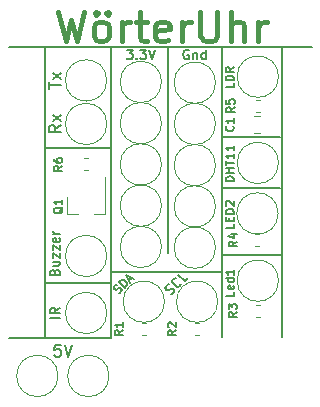
<source format=gbr>
G04 #@! TF.GenerationSoftware,KiCad,Pcbnew,(5.0.0)*
G04 #@! TF.CreationDate,2018-11-11T21:07:20+01:00*
G04 #@! TF.ProjectId,Platine,506C6174696E652E6B696361645F7063,rev?*
G04 #@! TF.SameCoordinates,Original*
G04 #@! TF.FileFunction,Legend,Top*
G04 #@! TF.FilePolarity,Positive*
%FSLAX46Y46*%
G04 Gerber Fmt 4.6, Leading zero omitted, Abs format (unit mm)*
G04 Created by KiCad (PCBNEW (5.0.0)) date 11/11/18 21:07:20*
%MOMM*%
%LPD*%
G01*
G04 APERTURE LIST*
%ADD10C,0.200000*%
%ADD11C,0.400000*%
%ADD12C,0.120000*%
%ADD13C,0.150000*%
G04 APERTURE END LIST*
D10*
X149098000Y-67945000D02*
X149098000Y-85344000D01*
D11*
X139840000Y-64924952D02*
X140435238Y-67424952D01*
X140911428Y-65639238D01*
X141387619Y-67424952D01*
X141982857Y-64924952D01*
X143292380Y-67424952D02*
X143054285Y-67305904D01*
X142935238Y-67186857D01*
X142816190Y-66948761D01*
X142816190Y-66234476D01*
X142935238Y-65996380D01*
X143054285Y-65877333D01*
X143292380Y-65758285D01*
X143649523Y-65758285D01*
X143887619Y-65877333D01*
X144006666Y-65996380D01*
X144125714Y-66234476D01*
X144125714Y-66948761D01*
X144006666Y-67186857D01*
X143887619Y-67305904D01*
X143649523Y-67424952D01*
X143292380Y-67424952D01*
X143054285Y-64924952D02*
X143173333Y-65044000D01*
X143054285Y-65163047D01*
X142935238Y-65044000D01*
X143054285Y-64924952D01*
X143054285Y-65163047D01*
X144006666Y-64924952D02*
X144125714Y-65044000D01*
X144006666Y-65163047D01*
X143887619Y-65044000D01*
X144006666Y-64924952D01*
X144006666Y-65163047D01*
X145197142Y-67424952D02*
X145197142Y-65758285D01*
X145197142Y-66234476D02*
X145316190Y-65996380D01*
X145435238Y-65877333D01*
X145673333Y-65758285D01*
X145911428Y-65758285D01*
X146387619Y-65758285D02*
X147340000Y-65758285D01*
X146744761Y-64924952D02*
X146744761Y-67067809D01*
X146863809Y-67305904D01*
X147101904Y-67424952D01*
X147340000Y-67424952D01*
X149125714Y-67305904D02*
X148887619Y-67424952D01*
X148411428Y-67424952D01*
X148173333Y-67305904D01*
X148054285Y-67067809D01*
X148054285Y-66115428D01*
X148173333Y-65877333D01*
X148411428Y-65758285D01*
X148887619Y-65758285D01*
X149125714Y-65877333D01*
X149244761Y-66115428D01*
X149244761Y-66353523D01*
X148054285Y-66591619D01*
X150316190Y-67424952D02*
X150316190Y-65758285D01*
X150316190Y-66234476D02*
X150435238Y-65996380D01*
X150554285Y-65877333D01*
X150792380Y-65758285D01*
X151030476Y-65758285D01*
X151863809Y-64924952D02*
X151863809Y-66948761D01*
X151982857Y-67186857D01*
X152101904Y-67305904D01*
X152340000Y-67424952D01*
X152816190Y-67424952D01*
X153054285Y-67305904D01*
X153173333Y-67186857D01*
X153292380Y-66948761D01*
X153292380Y-64924952D01*
X154482857Y-67424952D02*
X154482857Y-64924952D01*
X155554285Y-67424952D02*
X155554285Y-66115428D01*
X155435238Y-65877333D01*
X155197142Y-65758285D01*
X154840000Y-65758285D01*
X154601904Y-65877333D01*
X154482857Y-65996380D01*
X156744761Y-67424952D02*
X156744761Y-65758285D01*
X156744761Y-66234476D02*
X156863809Y-65996380D01*
X156982857Y-65877333D01*
X157220952Y-65758285D01*
X157459047Y-65758285D01*
D10*
X138684000Y-87884000D02*
X144272000Y-87884000D01*
X138684000Y-76454000D02*
X144272000Y-76454000D01*
X138684000Y-92557600D02*
X138684000Y-67945000D01*
X144272000Y-92557600D02*
X135686800Y-92557600D01*
X153670000Y-86106000D02*
X153670000Y-92456000D01*
X153670000Y-85534500D02*
X158750000Y-85534500D01*
X153670000Y-79819500D02*
X158623000Y-79819500D01*
X158750000Y-67945000D02*
X158750000Y-92456000D01*
X153670000Y-75501500D02*
X158623000Y-75501500D01*
X153670000Y-86106000D02*
X153670000Y-67945000D01*
X144272000Y-86931500D02*
X153670000Y-86931500D01*
X144272000Y-67945000D02*
X144272000Y-92506800D01*
X135636000Y-67881500D02*
X161290000Y-67881500D01*
D12*
G04 #@! TO.C,Q1*
X140596500Y-82040000D02*
X141526500Y-82040000D01*
X143756500Y-82040000D02*
X142826500Y-82040000D01*
X143756500Y-82040000D02*
X143756500Y-78880000D01*
X140596500Y-82040000D02*
X140596500Y-80580000D01*
G04 #@! TO.C,R1*
X147237267Y-91247500D02*
X146894733Y-91247500D01*
X147237267Y-92267500D02*
X146894733Y-92267500D01*
G04 #@! TO.C,R2*
X151745767Y-92267500D02*
X151403233Y-92267500D01*
X151745767Y-91247500D02*
X151403233Y-91247500D01*
G04 #@! TO.C,R3*
X156546733Y-89787000D02*
X156889267Y-89787000D01*
X156546733Y-90807000D02*
X156889267Y-90807000D01*
G04 #@! TO.C,R4*
X156855857Y-83777398D02*
X156513323Y-83777398D01*
X156855857Y-84797398D02*
X156513323Y-84797398D01*
G04 #@! TO.C,R5*
X156889267Y-72388000D02*
X156546733Y-72388000D01*
X156889267Y-73408000D02*
X156546733Y-73408000D01*
G04 #@! TO.C,R6*
X142347767Y-78361000D02*
X142005233Y-78361000D01*
X142347767Y-77341000D02*
X142005233Y-77341000D01*
G04 #@! TO.C,C1*
X156915752Y-75195500D02*
X156393248Y-75195500D01*
X156915752Y-73775500D02*
X156393248Y-73775500D01*
G04 #@! TO.C,J1*
X144117000Y-95758000D02*
G75*
G03X144117000Y-95758000I-1750000J0D01*
G01*
G04 #@! TO.C,J2*
X153134000Y-84899500D02*
G75*
G03X153134000Y-84899500I-1750000J0D01*
G01*
G04 #@! TO.C,J3*
X158468000Y-87693500D02*
G75*
G03X158468000Y-87693500I-1750000J0D01*
G01*
G04 #@! TO.C,J4*
X148562000Y-70866000D02*
G75*
G03X148562000Y-70866000I-1750000J0D01*
G01*
G04 #@! TO.C,J5*
X148562000Y-74358500D02*
G75*
G03X148562000Y-74358500I-1750000J0D01*
G01*
G04 #@! TO.C,J6*
X143926500Y-90424000D02*
G75*
G03X143926500Y-90424000I-1750000J0D01*
G01*
G04 #@! TO.C,J7*
X148816000Y-89471500D02*
G75*
G03X148816000Y-89471500I-1750000J0D01*
G01*
G04 #@! TO.C,J8*
X153134000Y-77914500D02*
G75*
G03X153134000Y-77914500I-1750000J0D01*
G01*
G04 #@! TO.C,J9*
X153324500Y-89471500D02*
G75*
G03X153324500Y-89471500I-1750000J0D01*
G01*
G04 #@! TO.C,J10*
X153134000Y-81407000D02*
G75*
G03X153134000Y-81407000I-1750000J0D01*
G01*
G04 #@! TO.C,J11*
X148562000Y-84836000D02*
G75*
G03X148562000Y-84836000I-1750000J0D01*
G01*
G04 #@! TO.C,J12*
X158434590Y-82001398D02*
G75*
G03X158434590Y-82001398I-1750000J0D01*
G01*
G04 #@! TO.C,J13*
X158468000Y-77724000D02*
G75*
G03X158468000Y-77724000I-1750000J0D01*
G01*
G04 #@! TO.C,J14*
X153134000Y-74422000D02*
G75*
G03X153134000Y-74422000I-1750000J0D01*
G01*
G04 #@! TO.C,J15*
X148562000Y-81343500D02*
G75*
G03X148562000Y-81343500I-1750000J0D01*
G01*
G04 #@! TO.C,J16*
X158468000Y-70421500D02*
G75*
G03X158468000Y-70421500I-1750000J0D01*
G01*
G04 #@! TO.C,J17*
X139799000Y-95758000D02*
G75*
G03X139799000Y-95758000I-1750000J0D01*
G01*
G04 #@! TO.C,J18*
X143926500Y-85598000D02*
G75*
G03X143926500Y-85598000I-1750000J0D01*
G01*
G04 #@! TO.C,J19*
X148562000Y-77851000D02*
G75*
G03X148562000Y-77851000I-1750000J0D01*
G01*
G04 #@! TO.C,J20*
X143926500Y-74422000D02*
G75*
G03X143926500Y-74422000I-1750000J0D01*
G01*
G04 #@! TO.C,J21*
X143926500Y-70739000D02*
G75*
G03X143926500Y-70739000I-1750000J0D01*
G01*
G04 #@! TO.C,J22*
X153134000Y-70929500D02*
G75*
G03X153134000Y-70929500I-1750000J0D01*
G01*
G04 #@! TO.C,Q1*
D13*
X140210333Y-81473666D02*
X140177000Y-81540333D01*
X140110333Y-81607000D01*
X140010333Y-81707000D01*
X139977000Y-81773666D01*
X139977000Y-81840333D01*
X140143666Y-81807000D02*
X140110333Y-81873666D01*
X140043666Y-81940333D01*
X139910333Y-81973666D01*
X139677000Y-81973666D01*
X139543666Y-81940333D01*
X139477000Y-81873666D01*
X139443666Y-81807000D01*
X139443666Y-81673666D01*
X139477000Y-81607000D01*
X139543666Y-81540333D01*
X139677000Y-81507000D01*
X139910333Y-81507000D01*
X140043666Y-81540333D01*
X140110333Y-81607000D01*
X140143666Y-81673666D01*
X140143666Y-81807000D01*
X140143666Y-80840333D02*
X140143666Y-81240333D01*
X140143666Y-81040333D02*
X139443666Y-81040333D01*
X139543666Y-81107000D01*
X139610333Y-81173666D01*
X139643666Y-81240333D01*
G04 #@! TO.C,R1*
X145299866Y-91886866D02*
X144966533Y-92120200D01*
X145299866Y-92286866D02*
X144599866Y-92286866D01*
X144599866Y-92020200D01*
X144633200Y-91953533D01*
X144666533Y-91920200D01*
X144733200Y-91886866D01*
X144833200Y-91886866D01*
X144899866Y-91920200D01*
X144933200Y-91953533D01*
X144966533Y-92020200D01*
X144966533Y-92286866D01*
X145299866Y-91220200D02*
X145299866Y-91620200D01*
X145299866Y-91420200D02*
X144599866Y-91420200D01*
X144699866Y-91486866D01*
X144766533Y-91553533D01*
X144799866Y-91620200D01*
G04 #@! TO.C,R2*
X149795666Y-91886866D02*
X149462333Y-92120200D01*
X149795666Y-92286866D02*
X149095666Y-92286866D01*
X149095666Y-92020200D01*
X149129000Y-91953533D01*
X149162333Y-91920200D01*
X149229000Y-91886866D01*
X149329000Y-91886866D01*
X149395666Y-91920200D01*
X149429000Y-91953533D01*
X149462333Y-92020200D01*
X149462333Y-92286866D01*
X149162333Y-91620200D02*
X149129000Y-91586866D01*
X149095666Y-91520200D01*
X149095666Y-91353533D01*
X149129000Y-91286866D01*
X149162333Y-91253533D01*
X149229000Y-91220200D01*
X149295666Y-91220200D01*
X149395666Y-91253533D01*
X149795666Y-91653533D01*
X149795666Y-91220200D01*
G04 #@! TO.C,R3*
X154939166Y-90350166D02*
X154605833Y-90583500D01*
X154939166Y-90750166D02*
X154239166Y-90750166D01*
X154239166Y-90483500D01*
X154272500Y-90416833D01*
X154305833Y-90383500D01*
X154372500Y-90350166D01*
X154472500Y-90350166D01*
X154539166Y-90383500D01*
X154572500Y-90416833D01*
X154605833Y-90483500D01*
X154605833Y-90750166D01*
X154239166Y-90116833D02*
X154239166Y-89683500D01*
X154505833Y-89916833D01*
X154505833Y-89816833D01*
X154539166Y-89750166D01*
X154572500Y-89716833D01*
X154639166Y-89683500D01*
X154805833Y-89683500D01*
X154872500Y-89716833D01*
X154905833Y-89750166D01*
X154939166Y-89816833D01*
X154939166Y-90016833D01*
X154905833Y-90083500D01*
X154872500Y-90116833D01*
G04 #@! TO.C,R4*
X154939166Y-84381166D02*
X154605833Y-84614500D01*
X154939166Y-84781166D02*
X154239166Y-84781166D01*
X154239166Y-84514500D01*
X154272500Y-84447833D01*
X154305833Y-84414500D01*
X154372500Y-84381166D01*
X154472500Y-84381166D01*
X154539166Y-84414500D01*
X154572500Y-84447833D01*
X154605833Y-84514500D01*
X154605833Y-84781166D01*
X154472500Y-83781166D02*
X154939166Y-83781166D01*
X154205833Y-83947833D02*
X154705833Y-84114500D01*
X154705833Y-83681166D01*
G04 #@! TO.C,R5*
X154748666Y-73014666D02*
X154415333Y-73248000D01*
X154748666Y-73414666D02*
X154048666Y-73414666D01*
X154048666Y-73148000D01*
X154082000Y-73081333D01*
X154115333Y-73048000D01*
X154182000Y-73014666D01*
X154282000Y-73014666D01*
X154348666Y-73048000D01*
X154382000Y-73081333D01*
X154415333Y-73148000D01*
X154415333Y-73414666D01*
X154048666Y-72381333D02*
X154048666Y-72714666D01*
X154382000Y-72748000D01*
X154348666Y-72714666D01*
X154315333Y-72648000D01*
X154315333Y-72481333D01*
X154348666Y-72414666D01*
X154382000Y-72381333D01*
X154448666Y-72348000D01*
X154615333Y-72348000D01*
X154682000Y-72381333D01*
X154715333Y-72414666D01*
X154748666Y-72481333D01*
X154748666Y-72648000D01*
X154715333Y-72714666D01*
X154682000Y-72748000D01*
G04 #@! TO.C,R6*
X140143666Y-77967666D02*
X139810333Y-78201000D01*
X140143666Y-78367666D02*
X139443666Y-78367666D01*
X139443666Y-78101000D01*
X139477000Y-78034333D01*
X139510333Y-78001000D01*
X139577000Y-77967666D01*
X139677000Y-77967666D01*
X139743666Y-78001000D01*
X139777000Y-78034333D01*
X139810333Y-78101000D01*
X139810333Y-78367666D01*
X139443666Y-77367666D02*
X139443666Y-77501000D01*
X139477000Y-77567666D01*
X139510333Y-77601000D01*
X139610333Y-77667666D01*
X139743666Y-77701000D01*
X140010333Y-77701000D01*
X140077000Y-77667666D01*
X140110333Y-77634333D01*
X140143666Y-77567666D01*
X140143666Y-77434333D01*
X140110333Y-77367666D01*
X140077000Y-77334333D01*
X140010333Y-77301000D01*
X139843666Y-77301000D01*
X139777000Y-77334333D01*
X139743666Y-77367666D01*
X139710333Y-77434333D01*
X139710333Y-77567666D01*
X139743666Y-77634333D01*
X139777000Y-77667666D01*
X139843666Y-77701000D01*
G04 #@! TO.C,C1*
X154618500Y-74602166D02*
X154651833Y-74635500D01*
X154685166Y-74735500D01*
X154685166Y-74802166D01*
X154651833Y-74902166D01*
X154585166Y-74968833D01*
X154518500Y-75002166D01*
X154385166Y-75035500D01*
X154285166Y-75035500D01*
X154151833Y-75002166D01*
X154085166Y-74968833D01*
X154018500Y-74902166D01*
X153985166Y-74802166D01*
X153985166Y-74735500D01*
X154018500Y-74635500D01*
X154051833Y-74602166D01*
X154685166Y-73935500D02*
X154685166Y-74335500D01*
X154685166Y-74135500D02*
X153985166Y-74135500D01*
X154085166Y-74202166D01*
X154151833Y-74268833D01*
X154185166Y-74335500D01*
G04 #@! TO.C,J3*
X154685166Y-88617333D02*
X154685166Y-88950666D01*
X153985166Y-88950666D01*
X154651833Y-88117333D02*
X154685166Y-88184000D01*
X154685166Y-88317333D01*
X154651833Y-88384000D01*
X154585166Y-88417333D01*
X154318500Y-88417333D01*
X154251833Y-88384000D01*
X154218500Y-88317333D01*
X154218500Y-88184000D01*
X154251833Y-88117333D01*
X154318500Y-88084000D01*
X154385166Y-88084000D01*
X154451833Y-88417333D01*
X154685166Y-87484000D02*
X153985166Y-87484000D01*
X154651833Y-87484000D02*
X154685166Y-87550666D01*
X154685166Y-87684000D01*
X154651833Y-87750666D01*
X154618500Y-87784000D01*
X154551833Y-87817333D01*
X154351833Y-87817333D01*
X154285166Y-87784000D01*
X154251833Y-87750666D01*
X154218500Y-87684000D01*
X154218500Y-87550666D01*
X154251833Y-87484000D01*
X154685166Y-86784000D02*
X154685166Y-87184000D01*
X154685166Y-86984000D02*
X153985166Y-86984000D01*
X154085166Y-87050666D01*
X154151833Y-87117333D01*
X154185166Y-87184000D01*
G04 #@! TO.C,J4*
X145631047Y-68141904D02*
X146126285Y-68141904D01*
X145859619Y-68446666D01*
X145973904Y-68446666D01*
X146050095Y-68484761D01*
X146088190Y-68522857D01*
X146126285Y-68599047D01*
X146126285Y-68789523D01*
X146088190Y-68865714D01*
X146050095Y-68903809D01*
X145973904Y-68941904D01*
X145745333Y-68941904D01*
X145669142Y-68903809D01*
X145631047Y-68865714D01*
X146469142Y-68865714D02*
X146507238Y-68903809D01*
X146469142Y-68941904D01*
X146431047Y-68903809D01*
X146469142Y-68865714D01*
X146469142Y-68941904D01*
X146773904Y-68141904D02*
X147269142Y-68141904D01*
X147002476Y-68446666D01*
X147116761Y-68446666D01*
X147192952Y-68484761D01*
X147231047Y-68522857D01*
X147269142Y-68599047D01*
X147269142Y-68789523D01*
X147231047Y-68865714D01*
X147192952Y-68903809D01*
X147116761Y-68941904D01*
X146888190Y-68941904D01*
X146812000Y-68903809D01*
X146773904Y-68865714D01*
X147497714Y-68141904D02*
X147764380Y-68941904D01*
X148031047Y-68141904D01*
G04 #@! TO.C,J6*
X139934904Y-90824000D02*
X139134904Y-90824000D01*
X139934904Y-89985904D02*
X139553952Y-90252571D01*
X139934904Y-90443047D02*
X139134904Y-90443047D01*
X139134904Y-90138285D01*
X139173000Y-90062095D01*
X139211095Y-90024000D01*
X139287285Y-89985904D01*
X139401571Y-89985904D01*
X139477761Y-90024000D01*
X139515857Y-90062095D01*
X139553952Y-90138285D01*
X139553952Y-90443047D01*
G04 #@! TO.C,J7*
X144950806Y-88748887D02*
X145045087Y-88701747D01*
X145162938Y-88583896D01*
X145186508Y-88513185D01*
X145186508Y-88466044D01*
X145162938Y-88395334D01*
X145115797Y-88348193D01*
X145045087Y-88324623D01*
X144997946Y-88324623D01*
X144927235Y-88348193D01*
X144809384Y-88418904D01*
X144738674Y-88442474D01*
X144691533Y-88442474D01*
X144620822Y-88418904D01*
X144573682Y-88371764D01*
X144550112Y-88301053D01*
X144550112Y-88253912D01*
X144573682Y-88183202D01*
X144691533Y-88065351D01*
X144785814Y-88018210D01*
X145469351Y-88277483D02*
X144974376Y-87782508D01*
X145092227Y-87664657D01*
X145186508Y-87617516D01*
X145280789Y-87617516D01*
X145351500Y-87641087D01*
X145469351Y-87711797D01*
X145540061Y-87782508D01*
X145610772Y-87900359D01*
X145634342Y-87971070D01*
X145634342Y-88065351D01*
X145587202Y-88159632D01*
X145469351Y-88277483D01*
X145799334Y-87664657D02*
X146035036Y-87428955D01*
X145893615Y-87853219D02*
X145563632Y-87193252D01*
X146223598Y-87523235D01*
G04 #@! TO.C,J9*
X149352032Y-88849902D02*
X149459782Y-88796028D01*
X149594469Y-88661341D01*
X149621406Y-88580528D01*
X149621406Y-88526654D01*
X149594469Y-88445841D01*
X149540594Y-88391967D01*
X149459782Y-88365029D01*
X149405907Y-88365029D01*
X149325095Y-88391967D01*
X149190408Y-88472779D01*
X149109596Y-88499716D01*
X149055721Y-88499716D01*
X148974909Y-88472779D01*
X148921034Y-88418904D01*
X148894097Y-88338092D01*
X148894097Y-88284217D01*
X148921034Y-88203405D01*
X149055721Y-88068718D01*
X149163471Y-88014843D01*
X150214029Y-87934031D02*
X150214029Y-87987906D01*
X150160154Y-88095655D01*
X150106280Y-88149530D01*
X149998530Y-88203405D01*
X149890780Y-88203405D01*
X149809968Y-88176467D01*
X149675281Y-88095655D01*
X149594469Y-88014843D01*
X149513657Y-87880156D01*
X149486719Y-87799344D01*
X149486719Y-87691594D01*
X149540594Y-87583845D01*
X149594469Y-87529970D01*
X149702219Y-87476095D01*
X149756093Y-87476095D01*
X150779715Y-87476095D02*
X150510341Y-87745469D01*
X149944655Y-87179784D01*
G04 #@! TO.C,J12*
X154685166Y-82888833D02*
X154685166Y-83222166D01*
X153985166Y-83222166D01*
X154318500Y-82655500D02*
X154318500Y-82422166D01*
X154685166Y-82322166D02*
X154685166Y-82655500D01*
X153985166Y-82655500D01*
X153985166Y-82322166D01*
X154685166Y-82022166D02*
X153985166Y-82022166D01*
X153985166Y-81855500D01*
X154018500Y-81755500D01*
X154085166Y-81688833D01*
X154151833Y-81655500D01*
X154285166Y-81622166D01*
X154385166Y-81622166D01*
X154518500Y-81655500D01*
X154585166Y-81688833D01*
X154651833Y-81755500D01*
X154685166Y-81855500D01*
X154685166Y-82022166D01*
X154051833Y-81355500D02*
X154018500Y-81322166D01*
X153985166Y-81255500D01*
X153985166Y-81088833D01*
X154018500Y-81022166D01*
X154051833Y-80988833D01*
X154118500Y-80955500D01*
X154185166Y-80955500D01*
X154285166Y-80988833D01*
X154685166Y-81388833D01*
X154685166Y-80955500D01*
G04 #@! TO.C,J13*
X154685166Y-79270833D02*
X153985166Y-79270833D01*
X153985166Y-79104166D01*
X154018500Y-79004166D01*
X154085166Y-78937500D01*
X154151833Y-78904166D01*
X154285166Y-78870833D01*
X154385166Y-78870833D01*
X154518500Y-78904166D01*
X154585166Y-78937500D01*
X154651833Y-79004166D01*
X154685166Y-79104166D01*
X154685166Y-79270833D01*
X154685166Y-78570833D02*
X153985166Y-78570833D01*
X154318500Y-78570833D02*
X154318500Y-78170833D01*
X154685166Y-78170833D02*
X153985166Y-78170833D01*
X153985166Y-77937500D02*
X153985166Y-77537500D01*
X154685166Y-77737500D02*
X153985166Y-77737500D01*
X154685166Y-76937500D02*
X154685166Y-77337500D01*
X154685166Y-77137500D02*
X153985166Y-77137500D01*
X154085166Y-77204166D01*
X154151833Y-77270833D01*
X154185166Y-77337500D01*
X154685166Y-76270833D02*
X154685166Y-76670833D01*
X154685166Y-76470833D02*
X153985166Y-76470833D01*
X154085166Y-76537500D01*
X154151833Y-76604166D01*
X154185166Y-76670833D01*
G04 #@! TO.C,J16*
X154685166Y-70968333D02*
X154685166Y-71301666D01*
X153985166Y-71301666D01*
X154685166Y-70735000D02*
X153985166Y-70735000D01*
X153985166Y-70568333D01*
X154018500Y-70468333D01*
X154085166Y-70401666D01*
X154151833Y-70368333D01*
X154285166Y-70335000D01*
X154385166Y-70335000D01*
X154518500Y-70368333D01*
X154585166Y-70401666D01*
X154651833Y-70468333D01*
X154685166Y-70568333D01*
X154685166Y-70735000D01*
X154685166Y-69635000D02*
X154351833Y-69868333D01*
X154685166Y-70035000D02*
X153985166Y-70035000D01*
X153985166Y-69768333D01*
X154018500Y-69701666D01*
X154051833Y-69668333D01*
X154118500Y-69635000D01*
X154218500Y-69635000D01*
X154285166Y-69668333D01*
X154318500Y-69701666D01*
X154351833Y-69768333D01*
X154351833Y-70035000D01*
G04 #@! TO.C,J17*
X140017523Y-93114880D02*
X139541333Y-93114880D01*
X139493714Y-93591071D01*
X139541333Y-93543452D01*
X139636571Y-93495833D01*
X139874666Y-93495833D01*
X139969904Y-93543452D01*
X140017523Y-93591071D01*
X140065142Y-93686309D01*
X140065142Y-93924404D01*
X140017523Y-94019642D01*
X139969904Y-94067261D01*
X139874666Y-94114880D01*
X139636571Y-94114880D01*
X139541333Y-94067261D01*
X139493714Y-94019642D01*
X140350857Y-93114880D02*
X140684190Y-94114880D01*
X141017523Y-93114880D01*
G04 #@! TO.C,J18*
X139515857Y-86950357D02*
X139553952Y-86836071D01*
X139592047Y-86797976D01*
X139668238Y-86759880D01*
X139782523Y-86759880D01*
X139858714Y-86797976D01*
X139896809Y-86836071D01*
X139934904Y-86912261D01*
X139934904Y-87217023D01*
X139134904Y-87217023D01*
X139134904Y-86950357D01*
X139173000Y-86874166D01*
X139211095Y-86836071D01*
X139287285Y-86797976D01*
X139363476Y-86797976D01*
X139439666Y-86836071D01*
X139477761Y-86874166D01*
X139515857Y-86950357D01*
X139515857Y-87217023D01*
X139401571Y-86074166D02*
X139934904Y-86074166D01*
X139401571Y-86417023D02*
X139820619Y-86417023D01*
X139896809Y-86378928D01*
X139934904Y-86302738D01*
X139934904Y-86188452D01*
X139896809Y-86112261D01*
X139858714Y-86074166D01*
X139401571Y-85769404D02*
X139401571Y-85350357D01*
X139934904Y-85769404D01*
X139934904Y-85350357D01*
X139401571Y-85121785D02*
X139401571Y-84702738D01*
X139934904Y-85121785D01*
X139934904Y-84702738D01*
X139896809Y-84093214D02*
X139934904Y-84169404D01*
X139934904Y-84321785D01*
X139896809Y-84397976D01*
X139820619Y-84436071D01*
X139515857Y-84436071D01*
X139439666Y-84397976D01*
X139401571Y-84321785D01*
X139401571Y-84169404D01*
X139439666Y-84093214D01*
X139515857Y-84055119D01*
X139592047Y-84055119D01*
X139668238Y-84436071D01*
X139934904Y-83712261D02*
X139401571Y-83712261D01*
X139553952Y-83712261D02*
X139477761Y-83674166D01*
X139439666Y-83636071D01*
X139401571Y-83559880D01*
X139401571Y-83483690D01*
G04 #@! TO.C,J20*
X140025380Y-74517238D02*
X139549190Y-74850571D01*
X140025380Y-75088666D02*
X139025380Y-75088666D01*
X139025380Y-74707714D01*
X139073000Y-74612476D01*
X139120619Y-74564857D01*
X139215857Y-74517238D01*
X139358714Y-74517238D01*
X139453952Y-74564857D01*
X139501571Y-74612476D01*
X139549190Y-74707714D01*
X139549190Y-75088666D01*
X140025380Y-74183904D02*
X139358714Y-73660095D01*
X139358714Y-74183904D02*
X140025380Y-73660095D01*
G04 #@! TO.C,J21*
X139025380Y-71429476D02*
X139025380Y-70858047D01*
X140025380Y-71143761D02*
X139025380Y-71143761D01*
X140025380Y-70619952D02*
X139358714Y-70096142D01*
X139358714Y-70619952D02*
X140025380Y-70096142D01*
G04 #@! TO.C,J22*
X150869714Y-68180000D02*
X150793523Y-68141904D01*
X150679238Y-68141904D01*
X150564952Y-68180000D01*
X150488761Y-68256190D01*
X150450666Y-68332380D01*
X150412571Y-68484761D01*
X150412571Y-68599047D01*
X150450666Y-68751428D01*
X150488761Y-68827619D01*
X150564952Y-68903809D01*
X150679238Y-68941904D01*
X150755428Y-68941904D01*
X150869714Y-68903809D01*
X150907809Y-68865714D01*
X150907809Y-68599047D01*
X150755428Y-68599047D01*
X151250666Y-68408571D02*
X151250666Y-68941904D01*
X151250666Y-68484761D02*
X151288761Y-68446666D01*
X151364952Y-68408571D01*
X151479238Y-68408571D01*
X151555428Y-68446666D01*
X151593523Y-68522857D01*
X151593523Y-68941904D01*
X152317333Y-68941904D02*
X152317333Y-68141904D01*
X152317333Y-68903809D02*
X152241142Y-68941904D01*
X152088761Y-68941904D01*
X152012571Y-68903809D01*
X151974476Y-68865714D01*
X151936380Y-68789523D01*
X151936380Y-68560952D01*
X151974476Y-68484761D01*
X152012571Y-68446666D01*
X152088761Y-68408571D01*
X152241142Y-68408571D01*
X152317333Y-68446666D01*
G04 #@! TD*
M02*

</source>
